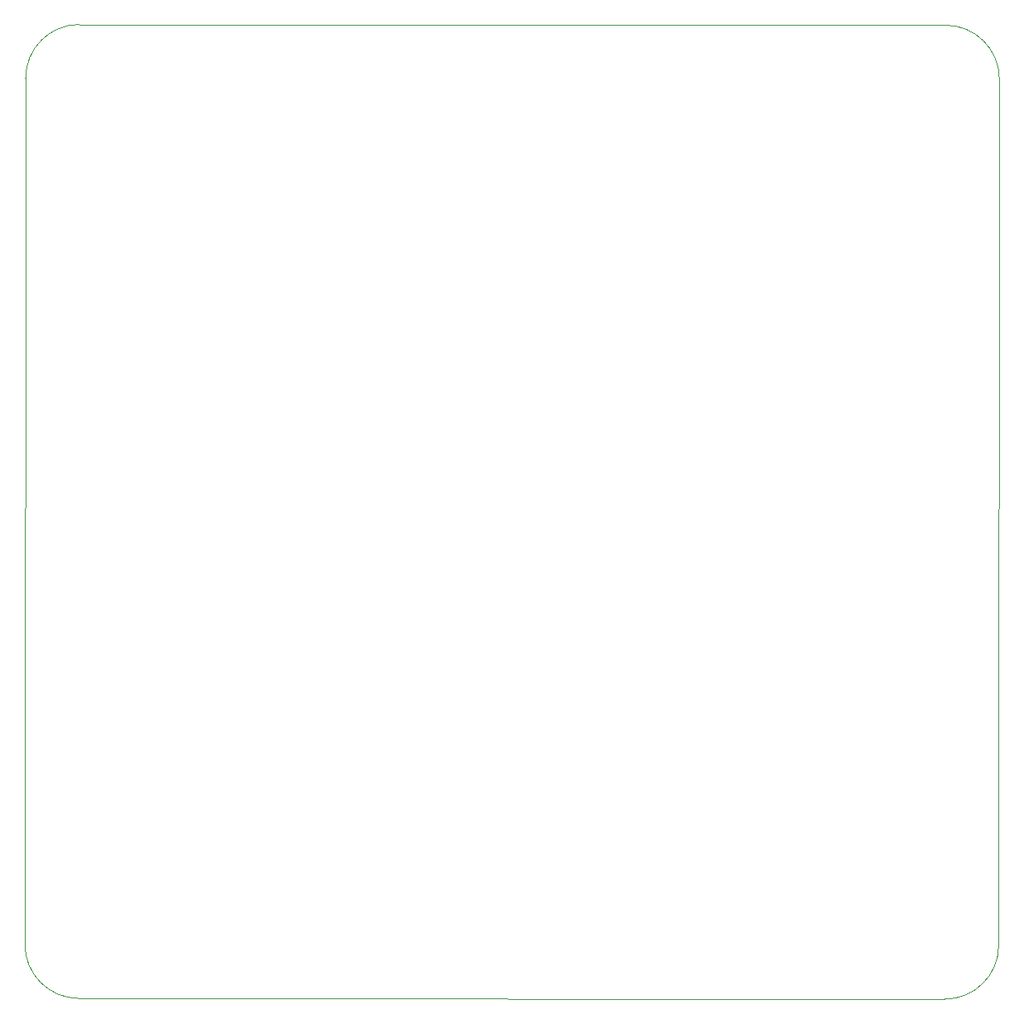
<source format=gbr>
%TF.GenerationSoftware,KiCad,Pcbnew,7.0.10*%
%TF.CreationDate,2024-11-02T13:10:28-06:00*%
%TF.ProjectId,RevA_Mecanismos,52657641-5f4d-4656-9361-6e69736d6f73,rev?*%
%TF.SameCoordinates,Original*%
%TF.FileFunction,Profile,NP*%
%FSLAX46Y46*%
G04 Gerber Fmt 4.6, Leading zero omitted, Abs format (unit mm)*
G04 Created by KiCad (PCBNEW 7.0.10) date 2024-11-02 13:10:28*
%MOMM*%
%LPD*%
G01*
G04 APERTURE LIST*
%TA.AperFunction,Profile*%
%ADD10C,0.100000*%
%TD*%
G04 APERTURE END LIST*
D10*
X171940201Y-144982621D02*
X83347880Y-144908576D01*
X77840036Y-139386063D02*
G75*
G03*
X83347880Y-144908574I5522614J83D01*
G01*
X83414080Y-45293750D02*
G75*
G03*
X77914080Y-50793742I30J-5500030D01*
G01*
X177506413Y-50867787D02*
G75*
G03*
X172006401Y-45367787I-5500013J-13D01*
G01*
X177440200Y-139485500D02*
X177506401Y-50867787D01*
X171940201Y-144982600D02*
G75*
G03*
X177440199Y-139485500I-1J5500000D01*
G01*
X172006401Y-45367787D02*
X83414080Y-45293742D01*
X77840035Y-139386063D02*
X77914080Y-50793742D01*
M02*

</source>
